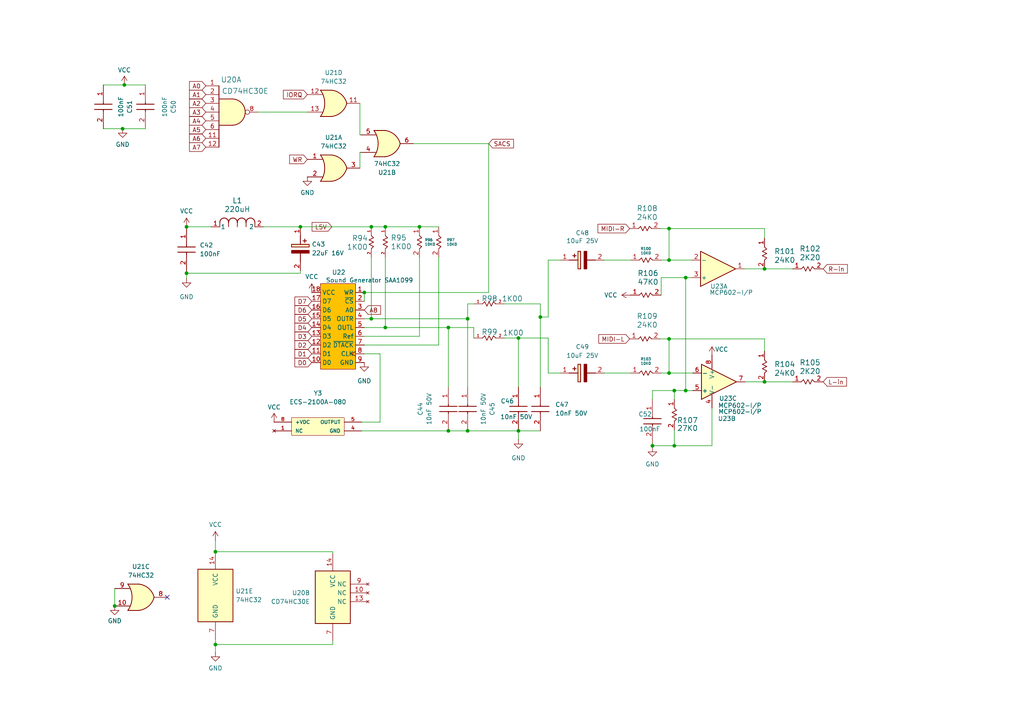
<source format=kicad_sch>
(kicad_sch (version 20250114) (generator "eeschema") (generator_version "9.0")
  (paper "A4")
  (lib_symbols
    (symbol "CD74HC30E_1" (pin_names (offset 1.016))
      (property "Reference" "U" (at -2.54 5.08 0))
      (property "Value" "CD74HC30E" (at 0 -5.08 0))
      (symbol "CD74HC30E_1_1_1"
        (pin input line (at -7.62 7.62 0) (length 3.81) (name "~") (number "1"))
        (pin input line (at -7.62 5.08 0) (length 3.81) (name "~") (number "2"))
        (pin input line (at -7.62 2.54 0) (length 3.81) (name "~") (number "3"))
        (pin input line (at -7.62 0 0) (length 3.81) (name "~") (number "4"))
        (pin input line (at -7.62 -2.54 0) (length 3.81) (name "~") (number "5"))
        (pin input line (at -7.62 -5.08 0) (length 3.81) (name "~") (number "6"))
        (pin input line (at -7.62 -7.62 0) (length 3.81) (name "~") (number "11"))
        (pin input line (at -7.62 -10.16 0) (length 3.81) (name "~") (number "12"))
        (pin output inverted (at 7.62 0 180) (length 3.81) (name "~") (number "8"))
      )
      (symbol "CD74HC30E_1_1_2"
        (pin input inverted (at -7.62 7.62 0) (length 3.81) (name "~") (number "1"))
        (pin input inverted (at -7.62 5.08 0) (length 3.81) (name "~") (number "2"))
        (pin input inverted (at -7.62 2.54 0) (length 4.5466) (name "~") (number "3"))
        (pin input inverted (at -7.62 0 0) (length 5.08) (name "~") (number "4"))
        (pin input inverted (at -7.62 -2.54 0) (length 4.5466) (name "~") (number "5"))
        (pin input inverted (at -7.62 -5.08 0) (length 3.81) (name "~") (number "6"))
        (pin input inverted (at -7.62 -7.62 0) (length 3.81) (name "~") (number "11"))
        (pin input inverted (at -7.62 -10.16 0) (length 3.81) (name "~") (number "12"))
        (pin output line (at 7.62 0 180) (length 3.81) (name "~") (number "8"))
      )
      (symbol "CD74HC30E_1_2_0"
        (pin power_in line (at 0 12.7 270) (length 5.08) (name "VCC") (number "14"))
        (pin power_in line (at 0 -12.7 90) (length 5.08) (name "GND") (number "7"))
        (pin no_connect line (at 10.16 3.81 180) (length 5.08) (name "NC") (number "9"))
        (pin no_connect line (at 10.16 1.27 180) (length 5.08) (name "NC") (number "10"))
        (pin no_connect line (at 10.16 -1.27 180) (length 5.08) (name "NC") (number "13"))
      )
    )
    (symbol "Max128_Issue5:74HC32" (pin_names (offset 1.016))
      (property "Reference" "U" (at 0 1.27 0))
      (property "Value" "74HC32" (at 0 -1.27 0))
      (symbol "74HC32_1_1"
        (pin input line (at -7.62 2.54 0) (length 4.318) (name "~") (number "1"))
        (pin input line (at -7.62 -2.54 0) (length 4.318) (name "~") (number "2"))
        (pin output line (at 7.62 0 180) (length 3.81) (name "~") (number "3"))
      )
      (symbol "74HC32_1_2"
        (pin input inverted (at -7.62 2.54 0) (length 3.81) (name "~") (number "1"))
        (pin input inverted (at -7.62 -2.54 0) (length 3.81) (name "~") (number "2"))
        (pin output inverted (at 7.62 0 180) (length 3.81) (name "~") (number "3"))
      )
      (symbol "74HC32_2_1"
        (pin input line (at -7.62 2.54 0) (length 4.318) (name "~") (number "4"))
        (pin input line (at -7.62 -2.54 0) (length 4.318) (name "~") (number "5"))
        (pin output line (at 7.62 0 180) (length 3.81) (name "~") (number "6"))
      )
      (symbol "74HC32_2_2"
        (pin input inverted (at -7.62 2.54 0) (length 3.81) (name "~") (number "4"))
        (pin input inverted (at -7.62 -2.54 0) (length 3.81) (name "~") (number "5"))
        (pin output inverted (at 7.62 0 180) (length 3.81) (name "~") (number "6"))
      )
      (symbol "74HC32_3_1"
        (pin input line (at -7.62 2.54 0) (length 4.318) (name "~") (number "9"))
        (pin input line (at -7.62 -2.54 0) (length 4.318) (name "~") (number "10"))
        (pin output line (at 7.62 0 180) (length 3.81) (name "~") (number "8"))
      )
      (symbol "74HC32_3_2"
        (pin input inverted (at -7.62 2.54 0) (length 3.81) (name "~") (number "9"))
        (pin input inverted (at -7.62 -2.54 0) (length 3.81) (name "~") (number "10"))
        (pin output inverted (at 7.62 0 180) (length 3.81) (name "~") (number "8"))
      )
      (symbol "74HC32_4_1"
        (pin input line (at -7.62 2.54 0) (length 4.318) (name "~") (number "12"))
        (pin input line (at -7.62 -2.54 0) (length 4.318) (name "~") (number "13"))
        (pin output line (at 7.62 0 180) (length 3.81) (name "~") (number "11"))
      )
      (symbol "74HC32_4_2"
        (pin input inverted (at -7.62 2.54 0) (length 3.81) (name "~") (number "12"))
        (pin input inverted (at -7.62 -2.54 0) (length 3.81) (name "~") (number "13"))
        (pin output inverted (at 7.62 0 180) (length 3.81) (name "~") (number "11"))
      )
      (symbol "74HC32_5_0"
        (pin power_in line (at 0 12.7 270) (length 5.08) (name "VCC") (number "14"))
        (pin power_in line (at 0 -12.7 90) (length 5.08) (name "GND") (number "7"))
      )
    )
    (symbol "Max128_Issue5:CD74HC30E" (pin_names (offset 1.016))
      (property "Reference" "U" (at -2.54 5.08 0))
      (property "Value" "CD74HC30E" (at 0 -5.08 0))
      (symbol "CD74HC30E_1_1"
        (pin input line (at -7.62 7.62 0) (length 3.81) (name "~") (number "1"))
        (pin input line (at -7.62 5.08 0) (length 3.81) (name "~") (number "2"))
        (pin input line (at -7.62 2.54 0) (length 3.81) (name "~") (number "3"))
        (pin input line (at -7.62 0 0) (length 3.81) (name "~") (number "4"))
        (pin input line (at -7.62 -2.54 0) (length 3.81) (name "~") (number "5"))
        (pin input line (at -7.62 -5.08 0) (length 3.81) (name "~") (number "6"))
        (pin input line (at -7.62 -7.62 0) (length 3.81) (name "~") (number "11"))
        (pin input line (at -7.62 -10.16 0) (length 3.81) (name "~") (number "12"))
        (pin output inverted (at 7.62 0 180) (length 3.81) (name "~") (number "8"))
      )
      (symbol "CD74HC30E_1_2"
        (pin input inverted (at -7.62 7.62 0) (length 3.81) (name "~") (number "1"))
        (pin input inverted (at -7.62 5.08 0) (length 3.81) (name "~") (number "2"))
        (pin input inverted (at -7.62 2.54 0) (length 4.5466) (name "~") (number "3"))
        (pin input inverted (at -7.62 0 0) (length 5.08) (name "~") (number "4"))
        (pin input inverted (at -7.62 -2.54 0) (length 4.5466) (name "~") (number "5"))
        (pin input inverted (at -7.62 -5.08 0) (length 3.81) (name "~") (number "6"))
        (pin input inverted (at -7.62 -7.62 0) (length 3.81) (name "~") (number "11"))
        (pin input inverted (at -7.62 -10.16 0) (length 3.81) (name "~") (number "12"))
        (pin output line (at 7.62 0 180) (length 3.81) (name "~") (number "8"))
      )
      (symbol "CD74HC30E_2_0"
        (pin power_in line (at 0 12.7 270) (length 5.08) (name "VCC") (number "14"))
        (pin power_in line (at 0 -12.7 90) (length 5.08) (name "GND") (number "7"))
      )
    )
    (symbol "Max128_Issue5:CF14JT10K0" (pin_names (offset 0.254))
      (property "Reference" "R" (at 3.048 1.27 0))
      (property "Value" "10K0" (at 6.858 1.27 0))
      (symbol "CF14JT10K0_1_1"
        (pin unspecified line (at 1.27 0 0) (length 2.54) (name "") (number "1"))
        (pin unspecified line (at 10.16 0 180) (length 2.54) (name "") (number "2"))
      )
      (symbol "CF14JT10K0_1_2"
        (pin unspecified line (at 0 12.7 270) (length 2.54) (name "") (number "1"))
        (pin unspecified line (at 0 0 90) (length 2.54) (name "") (number "2"))
      )
    )
    (symbol "Max128_Issue5:CF14JT1K00" (pin_names (offset 0.254))
      (property "Reference" "R" (at 3.048 1.27 0))
      (property "Value" "1K00" (at 6.858 1.27 0))
      (symbol "CF14JT1K00_1_1"
        (pin unspecified line (at 1.27 0 0) (length 2.54) (name "") (number "1"))
        (pin unspecified line (at 10.16 0 180) (length 2.54) (name "") (number "2"))
      )
      (symbol "CF14JT1K00_1_2"
        (pin unspecified line (at 0 12.7 270) (length 2.54) (name "") (number "1"))
        (pin unspecified line (at 0 0 90) (length 2.54) (name "") (number "2"))
      )
    )
    (symbol "Max128_Issue5:CF14JT24K0" (pin_names (offset 0.254))
      (property "Reference" "R" (at 3.048 1.27 0))
      (property "Value" "24K0" (at 6.858 1.27 0))
      (symbol "CF14JT24K0_1_1"
        (pin unspecified line (at 1.27 0 0) (length 2.54) (name "") (number "1"))
        (pin unspecified line (at 10.16 0 180) (length 2.54) (name "") (number "2"))
      )
      (symbol "CF14JT24K0_1_2"
        (pin unspecified line (at 0 12.7 270) (length 2.54) (name "") (number "1"))
        (pin unspecified line (at 0 0 90) (length 2.54) (name "") (number "2"))
      )
    )
    (symbol "Max128_Issue5:CF14JT27K0" (pin_names (offset 0.254))
      (property "Reference" "R" (at 3.048 1.27 0))
      (property "Value" "27K0" (at 6.858 1.27 0))
      (symbol "CF14JT27K0_1_1"
        (pin unspecified line (at 1.27 0 0) (length 2.54) (name "") (number "1"))
        (pin unspecified line (at 10.16 0 180) (length 2.54) (name "") (number "2"))
      )
      (symbol "CF14JT27K0_1_2"
        (pin unspecified line (at 0 12.7 270) (length 2.54) (name "") (number "1"))
        (pin unspecified line (at 0 0 90) (length 2.54) (name "") (number "2"))
      )
    )
    (symbol "Max128_Issue5:CF14JT2K20" (pin_names (offset 0.254))
      (property "Reference" "R" (at 3.048 1.27 0))
      (property "Value" "2K20" (at 6.858 1.27 0))
      (symbol "CF14JT2K20_1_1"
        (pin unspecified line (at 1.27 0 0) (length 2.54) (name "") (number "1"))
        (pin unspecified line (at 10.16 0 180) (length 2.54) (name "") (number "2"))
      )
      (symbol "CF14JT2K20_1_2"
        (pin unspecified line (at 0 12.7 270) (length 2.54) (name "") (number "1"))
        (pin unspecified line (at 0 0 90) (length 2.54) (name "") (number "2"))
      )
    )
    (symbol "Max128_Issue5:CF14JT47K0" (pin_names (offset 0.254))
      (property "Reference" "R" (at 3.048 1.27 0))
      (property "Value" "47K0" (at 6.858 1.27 0))
      (symbol "CF14JT47K0_1_1"
        (pin unspecified line (at 1.27 0 0) (length 2.54) (name "") (number "1"))
        (pin unspecified line (at 10.16 0 180) (length 2.54) (name "") (number "2"))
      )
      (symbol "CF14JT47K0_1_2"
        (pin unspecified line (at 0 12.7 270) (length 2.54) (name "") (number "1"))
        (pin unspecified line (at 0 0 90) (length 2.54) (name "") (number "2"))
      )
    )
    (symbol "Max128_Issue5:ECA-1EM100B" (pin_names (hide yes))
      (property "Reference" "C" (at 8.89 6.35 0))
      (property "Value" "ECA-1EM100B" (at 8.89 3.81 0))
      (symbol "ECA-1EM100B_1_1"
        (pin passive line (at 0 0 0) (length 2.54) (name "+") (number "1"))
        (pin passive line (at 12.7 0 180) (length 2.54) (name "-") (number "2"))
      )
    )
    (symbol "Max128_Issue5:ECS-2100A-080" (pin_names (offset 1.016))
      (property "Reference" "Y" (at -0.762 3.048 0))
      (property "Value" "Crystal 2 Pin 8Mhz" (at -8.382 -4.572 0))
      (symbol "ECS-2100A-080_0_0"
        (pin unspecified line (at -12.7 1.27 0) (length 5.08) (name "+VDC") (number "8"))
        (pin no_connect line (at -12.7 -1.27 0) (length 5.08) (name "NC") (number "1"))
        (pin unspecified line (at 12.7 1.27 180) (length 5.08) (name "OUTPUT") (number "5"))
        (pin unspecified line (at 12.7 -1.27 180) (length 5.08) (name "GND") (number "4"))
      )
    )
    (symbol "Max128_Issue5:K104Z15Y5VF5TL2" (pin_names (hide yes))
      (property "Reference" "C" (at 8.89 6.35 0))
      (property "Value" "K104Z15Y5VF5TL2" (at 8.89 3.81 0))
      (symbol "K104Z15Y5VF5TL2_1_1"
        (pin passive line (at 0 0 0) (length 5.08) (name "+") (number "1"))
        (pin passive line (at 12.7 0 180) (length 5.08) (name "-") (number "2"))
      )
    )
    (symbol "Max128_Issue5:MCP602" (pin_names (offset 0.127))
      (property "Reference" "U" (at 0 5.08 0))
      (property "Value" "MCP602-I/P" (at 0 -5.08 0))
      (symbol "MCP602_1_1"
        (pin input line (at -7.62 2.54 0) (length 2.54) (name "+") (number "3"))
        (pin input line (at -7.62 -2.54 0) (length 2.54) (name "-") (number "2"))
        (pin output line (at 7.62 0 180) (length 2.54) (name "~") (number "1"))
      )
      (symbol "MCP602_2_1"
        (pin input line (at -7.62 2.54 0) (length 2.54) (name "+") (number "5"))
        (pin input line (at -7.62 -2.54 0) (length 2.54) (name "-") (number "6"))
        (pin output line (at 7.62 0 180) (length 2.54) (name "~") (number "7"))
      )
      (symbol "MCP602_3_1"
        (pin power_in line (at -2.54 7.62 270) (length 3.81) (name "V+") (number "8"))
        (pin power_in line (at -2.54 -7.62 90) (length 3.81) (name "V-") (number "4"))
      )
    )
    (symbol "Max128_Issue5:RLB0608-221KL" (pin_names (offset 0.254))
      (property "Reference" "L" (at 6.985 5.08 0))
      (property "Value" "RLB0608-221KL" (at 6.985 -2.54 0))
      (symbol "RLB0608-221KL_1_1"
        (pin unspecified line (at 0 0 0) (length 2.54) (name "2") (number "2"))
        (pin unspecified line (at 15.24 0 180) (length 2.54) (name "1") (number "1"))
      )
      (symbol "RLB0608-221KL_1_2"
        (pin unspecified line (at 0 15.24 270) (length 2.54) (name "1") (number "1"))
        (pin unspecified line (at 0 0 90) (length 2.54) (name "2") (number "2"))
      )
    )
    (symbol "Max128_Issue5:SAA1099"
      (property "Reference" "U" (at -5.08 19.05 0))
      (property "Value" "Sound Generator SAA1099" (at 5.08 19.05 0))
      (symbol "SAA1099_1_1"
        (pin unspecified line (at -7.62 15.24 0) (length 2.54) (name "VCC") (number "18"))
        (pin unspecified line (at -7.62 12.7 0) (length 2.54) (name "D7") (number "17"))
        (pin unspecified line (at -7.62 10.16 0) (length 2.54) (name "D6") (number "16"))
        (pin unspecified line (at -7.62 7.62 0) (length 2.54) (name "D5") (number "15"))
        (pin unspecified line (at -7.62 5.08 0) (length 2.54) (name "D4") (number "14"))
        (pin unspecified line (at -7.62 2.54 0) (length 2.54) (name "D3") (number "13"))
        (pin unspecified line (at -7.62 0 0) (length 2.54) (name "D2") (number "12"))
        (pin unspecified line (at -7.62 -2.54 0) (length 2.54) (name "D1") (number "11"))
        (pin unspecified line (at -7.62 -5.08 0) (length 2.54) (name "D0") (number "10"))
        (pin unspecified line (at 7.62 15.24 180) (length 2.54) (name "WR") (number "1"))
        (pin unspecified line (at 7.62 12.7 180) (length 2.54) (name "~{CS}") (number "2"))
        (pin unspecified line (at 7.62 10.16 180) (length 2.54) (name "A0") (number "3"))
        (pin unspecified line (at 7.62 7.62 180) (length 2.54) (name "OUTR") (number "4"))
        (pin unspecified line (at 7.62 5.08 180) (length 2.54) (name "OUTL") (number "5"))
        (pin unspecified line (at 7.62 2.54 180) (length 2.54) (name "Ref") (number "6"))
        (pin unspecified line (at 7.62 0 180) (length 2.54) (name "~{DTACK}") (number "7"))
        (pin unspecified clock (at 7.62 -2.54 180) (length 2.54) (name "CLK") (number "8"))
        (pin unspecified line (at 7.62 -5.08 180) (length 2.54) (name "GND") (number "9"))
      )
    )
    (symbol "power:GND" (power) (pin_numbers (hide yes)) (pin_names (offset 0) (hide yes))
      (property "Value" "GND" (at 0 -3.81 0))
      (symbol "GND_1_1"
        (pin power_in line (at 0 0 270) (length 0) (name "~") (number "1"))
      )
    )
    (symbol "power:VCC" (power) (pin_numbers (hide yes)) (pin_names (offset 0) (hide yes))
      (property "Value" "VCC" (at 0 3.556 0))
      (symbol "VCC_1_1"
        (pin power_in line (at 0 0 90) (length 0) (name "~") (number "1"))
      )
    )
  )
  (junction (at 36.068 24.638))
  (junction (at 111.76 94.996))
  (junction (at 150.368 98.044))
  (junction (at 62.484 186.944))
  (junction (at 156.718 91.948))
  (junction (at 189.23 129.286))
  (junction (at 194.056 98.298))
  (junction (at 195.58 113.284))
  (junction (at 135.636 124.968))
  (junction (at 194.056 108.204))
  (junction (at 62.484 160.02))
  (junction (at 130.048 124.968))
  (junction (at 135.636 92.456))
  (junction (at 130.048 94.996))
  (junction (at 194.056 75.438))
  (junction (at 150.368 124.968))
  (junction (at 221.742 77.978))
  (junction (at 107.696 65.786))
  (junction (at 194.056 66.294))
  (junction (at 54.102 65.786))
  (junction (at 107.696 92.456))
  (junction (at 54.102 79.248))
  (junction (at 87.122 65.786))
  (junction (at 35.56 37.338))
  (junction (at 105.664 84.836))
  (junction (at 198.882 113.284))
  (junction (at 195.58 129.286))
  (junction (at 121.666 65.786))
  (junction (at 111.76 65.786))
  (junction (at 221.742 110.744))
  (junction (at 33.274 175.768))
  (junction (at 198.882 80.518))
  (no_connect (at 48.514 173.228))
  (wire (pts (xy 135.636 88.138) (xy 137.414 88.138)))
  (wire (pts (xy 159.004 75.438) (xy 159.004 91.948)))
  (wire (pts (xy 150.368 98.044) (xy 159.004 98.044)))
  (wire (pts (xy 87.122 65.786) (xy 107.696 65.786)))
  (wire (pts (xy 150.368 127.508) (xy 150.368 124.968)))
  (wire (pts (xy 104.394 44.196) (xy 104.648 44.196)))
  (wire (pts (xy 206.502 118.364) (xy 206.502 129.286)))
  (wire (pts (xy 198.882 80.518) (xy 198.882 113.284)))
  (wire (pts (xy 74.93 32.512) (xy 89.154 32.512)))
  (wire (pts (xy 130.048 124.968) (xy 135.636 124.968)))
  (wire (pts (xy 159.004 98.044) (xy 159.004 108.204)))
  (wire (pts (xy 195.58 129.286) (xy 189.23 129.286)))
  (wire (pts (xy 105.664 84.836) (xy 141.732 84.836)))
  (wire (pts (xy 221.742 98.298) (xy 194.056 98.298)))
  (wire (pts (xy 54.102 65.786) (xy 54.102 66.04)))
  (wire (pts (xy 216.154 110.744) (xy 221.742 110.744)))
  (wire (pts (xy 105.664 84.836) (xy 105.664 87.376)))
  (wire (pts (xy 119.888 41.656) (xy 141.732 41.656)))
  (wire (pts (xy 194.056 66.294) (xy 194.056 75.438)))
  (wire (pts (xy 194.056 75.438) (xy 200.66 75.438)))
  (wire (pts (xy 189.23 129.286) (xy 189.23 128.524)))
  (wire (pts (xy 191.77 75.438) (xy 194.056 75.438)))
  (wire (pts (xy 162.56 75.438) (xy 159.004 75.438)))
  (wire (pts (xy 189.23 115.824) (xy 189.23 113.284)))
  (wire (pts (xy 141.732 41.656) (xy 141.732 84.836)))
  (wire (pts (xy 110.236 122.428) (xy 104.902 122.428)))
  (wire (pts (xy 87.122 79.248) (xy 87.122 78.486)))
  (wire (pts (xy 200.66 80.518) (xy 198.882 80.518)))
  (wire (pts (xy 111.76 65.786) (xy 121.666 65.786)))
  (wire (pts (xy 105.664 92.456) (xy 107.696 92.456)))
  (wire (pts (xy 175.26 108.204) (xy 182.88 108.204)))
  (wire (pts (xy 107.696 65.786) (xy 111.76 65.786)))
  (wire (pts (xy 121.666 74.676) (xy 121.666 97.536)))
  (wire (pts (xy 194.056 98.298) (xy 194.056 108.204)))
  (wire (pts (xy 54.102 78.74) (xy 54.102 79.248)))
  (wire (pts (xy 221.742 101.854) (xy 221.742 98.298)))
  (wire (pts (xy 195.58 115.824) (xy 195.58 113.284)))
  (wire (pts (xy 107.696 74.676) (xy 107.696 92.456)))
  (wire (pts (xy 135.636 92.456) (xy 135.636 88.138)))
  (wire (pts (xy 156.718 124.968) (xy 150.368 124.968)))
  (wire (pts (xy 130.048 94.996) (xy 137.414 94.996)))
  (wire (pts (xy 150.368 98.044) (xy 150.368 112.268)))
  (wire (pts (xy 156.718 88.138) (xy 156.718 91.948)))
  (wire (pts (xy 104.394 29.972) (xy 104.394 39.116)))
  (wire (pts (xy 33.274 170.688) (xy 33.274 175.768)))
  (wire (pts (xy 87.122 79.248) (xy 54.102 79.248)))
  (wire (pts (xy 175.26 75.438) (xy 182.88 75.438)))
  (wire (pts (xy 29.972 37.338) (xy 35.56 37.338)))
  (wire (pts (xy 110.236 102.616) (xy 110.236 122.428)))
  (wire (pts (xy 159.004 108.204) (xy 162.56 108.204)))
  (wire (pts (xy 156.718 91.948) (xy 156.718 112.268)))
  (wire (pts (xy 194.056 108.204) (xy 200.914 108.204)))
  (wire (pts (xy 107.696 92.456) (xy 135.636 92.456)))
  (wire (pts (xy 111.76 94.996) (xy 130.048 94.996)))
  (wire (pts (xy 215.9 77.978) (xy 221.742 77.978)))
  (wire (pts (xy 189.23 129.794) (xy 189.23 129.286)))
  (wire (pts (xy 111.76 74.676) (xy 111.76 94.996)))
  (wire (pts (xy 194.056 66.294) (xy 191.516 66.294)))
  (wire (pts (xy 191.77 108.204) (xy 194.056 108.204)))
  (wire (pts (xy 130.048 94.996) (xy 130.048 112.268)))
  (wire (pts (xy 62.484 186.944) (xy 62.484 185.42)))
  (wire (pts (xy 96.52 160.02) (xy 62.484 160.02)))
  (wire (pts (xy 105.664 94.996) (xy 111.76 94.996)))
  (wire (pts (xy 194.056 98.298) (xy 191.516 98.298)))
  (wire (pts (xy 61.214 65.786) (xy 54.102 65.786)))
  (wire (pts (xy 62.484 156.718) (xy 62.484 160.02)))
  (wire (pts (xy 104.394 48.768) (xy 104.394 44.196)))
  (wire (pts (xy 137.414 94.996) (xy 137.414 98.044)))
  (wire (pts (xy 198.882 80.518) (xy 191.77 80.518)))
  (wire (pts (xy 54.102 79.248) (xy 54.102 80.772)))
  (wire (pts (xy 191.77 80.518) (xy 191.77 85.598)))
  (wire (pts (xy 159.004 91.948) (xy 156.718 91.948)))
  (wire (pts (xy 221.742 69.088) (xy 221.742 66.294)))
  (wire (pts (xy 104.394 39.116) (xy 104.648 39.116)))
  (wire (pts (xy 104.902 124.968) (xy 130.048 124.968)))
  (wire (pts (xy 29.972 24.638) (xy 36.068 24.638)))
  (wire (pts (xy 121.666 65.786) (xy 127.254 65.786)))
  (wire (pts (xy 221.742 110.744) (xy 229.87 110.744)))
  (wire (pts (xy 135.636 124.968) (xy 150.368 124.968)))
  (wire (pts (xy 195.58 113.284) (xy 198.882 113.284)))
  (wire (pts (xy 36.068 24.638) (xy 42.164 24.638)))
  (wire (pts (xy 206.502 129.286) (xy 195.58 129.286)))
  (wire (pts (xy 76.454 65.786) (xy 87.122 65.786)))
  (wire (pts (xy 105.664 102.616) (xy 110.236 102.616)))
  (wire (pts (xy 96.52 186.944) (xy 62.484 186.944)))
  (wire (pts (xy 221.742 77.978) (xy 229.87 77.978)))
  (wire (pts (xy 62.484 189.23) (xy 62.484 186.944)))
  (wire (pts (xy 195.58 124.714) (xy 195.58 129.286)))
  (wire (pts (xy 96.52 160.02) (xy 96.52 160.528)))
  (wire (pts (xy 135.636 92.456) (xy 135.636 112.268)))
  (wire (pts (xy 96.52 185.928) (xy 96.52 186.944)))
  (wire (pts (xy 156.718 88.138) (xy 146.304 88.138)))
  (wire (pts (xy 221.742 66.294) (xy 194.056 66.294)))
  (wire (pts (xy 35.56 37.338) (xy 42.164 37.338)))
  (wire (pts (xy 189.23 113.284) (xy 195.58 113.284)))
  (wire (pts (xy 146.304 98.044) (xy 150.368 98.044)))
  (wire (pts (xy 127.254 100.076) (xy 105.664 100.076)))
  (wire (pts (xy 121.666 97.536) (xy 105.664 97.536)))
  (wire (pts (xy 198.882 113.284) (xy 200.914 113.284)))
  (wire (pts (xy 127.254 74.676) (xy 127.254 100.076)))
  (global_label "A7" (shape input) (at 59.69 42.672 180) (property "Intersheetrefs" "${INTERSHEET_REFS}" (effects (hide yes))))
  (global_label "D2" (shape input) (at 90.424 100.076 180) (property "Intersheetrefs" "${INTERSHEET_REFS}" (effects (hide yes))))
  (global_label "D3" (shape input) (at 90.424 97.536 180) (property "Intersheetrefs" "${INTERSHEET_REFS}" (effects (hide yes))))
  (global_label "D6" (shape input) (at 90.424 89.916 180) (property "Intersheetrefs" "${INTERSHEET_REFS}" (effects (hide yes))))
  (global_label "R-in" (shape input) (at 238.76 77.978 0) (property "Intersheetrefs" "${INTERSHEET_REFS}" (effects (hide yes))))
  (global_label "A0" (shape input) (at 59.69 24.892 180) (property "Intersheetrefs" "${INTERSHEET_REFS}" (effects (hide yes))))
  (global_label "MIDI-R" (shape input) (at 182.626 66.294 180) (property "Intersheetrefs" "${INTERSHEET_REFS}" (effects (hide yes))))
  (global_label "IORQ" (shape input) (at 89.154 27.432 180) (property "Intersheetrefs" "${INTERSHEET_REFS}" (effects (hide yes))))
  (global_label "WR" (shape input) (at 89.154 46.228 180) (property "Intersheetrefs" "${INTERSHEET_REFS}" (effects (hide yes))))
  (global_label "D4" (shape input) (at 90.424 94.996 180) (property "Intersheetrefs" "${INTERSHEET_REFS}" (effects (hide yes))))
  (global_label "A8" (shape input) (at 105.664 89.916 0) (property "Intersheetrefs" "${INTERSHEET_REFS}" (effects (hide yes))))
  (global_label "A1" (shape input) (at 59.69 27.432 180) (property "Intersheetrefs" "${INTERSHEET_REFS}" (effects (hide yes))))
  (global_label "A3" (shape input) (at 59.69 32.512 180) (property "Intersheetrefs" "${INTERSHEET_REFS}" (effects (hide yes))))
  (global_label "D0" (shape input) (at 90.424 105.156 180) (property "Intersheetrefs" "${INTERSHEET_REFS}" (effects (hide yes))))
  (global_label "L5V" (shape input) (at 96.266 65.786 180) (property "Intersheetrefs" "${INTERSHEET_REFS}" (effects (hide yes))))
  (global_label "D7" (shape input) (at 90.424 87.376 180) (property "Intersheetrefs" "${INTERSHEET_REFS}" (effects (hide yes))))
  (global_label "A6" (shape input) (at 59.69 40.132 180) (property "Intersheetrefs" "${INTERSHEET_REFS}" (effects (hide yes))))
  (global_label "A2" (shape input) (at 59.69 29.972 180) (property "Intersheetrefs" "${INTERSHEET_REFS}" (effects (hide yes))))
  (global_label "D5" (shape input) (at 90.424 92.456 180) (property "Intersheetrefs" "${INTERSHEET_REFS}" (effects (hide yes))))
  (global_label "L-in" (shape input) (at 238.76 110.744 0) (property "Intersheetrefs" "${INTERSHEET_REFS}" (effects (hide yes))))
  (global_label "D1" (shape input) (at 90.424 102.616 180) (property "Intersheetrefs" "${INTERSHEET_REFS}" (effects (hide yes))))
  (global_label "A5" (shape input) (at 59.69 37.592 180) (property "Intersheetrefs" "${INTERSHEET_REFS}" (effects (hide yes))))
  (global_label "MIDI-L" (shape input) (at 182.626 98.298 180) (property "Intersheetrefs" "${INTERSHEET_REFS}" (effects (hide yes))))
  (global_label "SACS" (shape input) (at 141.732 41.656 0) (property "Intersheetrefs" "${INTERSHEET_REFS}" (effects (hide yes))))
  (global_label "A4" (shape input) (at 59.69 35.052 180) (property "Intersheetrefs" "${INTERSHEET_REFS}" (effects (hide yes))))
  (symbol (lib_id "Max128_Issue5:K104Z15Y5VF5TL2") (at 156.718 112.268 270) (unit 1)
    (property "Reference" "C47" (at 161.036 117.3479 90) (effects (justify left)))
    (property "Value" "10nF 50V" (at 161.036 119.8879 90) (effects (justify left)))
    (property "Footprint" "Mod:CAPRB250W50L400T250H550" (effects (hide yes)))
    (property "Description" "Vishay K 100nF Ceramic Multilayer Capacitor, 100 V dc, +85C, Y5V Dielectric, +80 %, -20 %" (effects (hide yes)))
    (property "Mouser Part Number" "594-K104Z15Y5VF5TL2" (effects (hide yes)))
    (property "Mouser Price/Stock" "https://www.mouser.co.uk/ProductDetail/Vishay-BC-Components/K104Z15Y5VF5TL2?qs=8fb2TFeI5qG%252BXNQE4bq55w%3D%3D" (effects (hide yes)))
    (property "Manufacturer_Name" "Vishay" (effects (hide yes)))
    (property "Manufacturer_Part_Number" "K104Z15Y5VF5TL2" (effects (hide yes)))
  )
  (symbol (lib_id "power:GND") (at 189.23 129.794 0) (unit 1)
    (property "Reference" "#PWR066" (effects (hide yes)))
    (property "Value" "GND" (at 189.23 134.62 0))
    (property "Description" "Power symbol creates a global label with name \"GND\" , ground" (effects (hide yes)))
  )
  (symbol (lib_id "power:VCC") (at 62.484 156.718 0) (unit 1)
    (property "Reference" "#PWR070" (effects (hide yes)))
    (property "Value" "VCC" (at 62.484 152.146 0))
    (property "Description" "Power symbol creates a global label with name \"VCC\"" (effects (hide yes)))
  )
  (symbol (lib_id "Max128_Issue5:CF14JT1K00") (at 107.696 64.516 270) (unit 1)
    (property "Reference" "R94" (at 104.394 69.088 90) (effects (font (size 1.524 1.524))))
    (property "Value" "1K00" (at 103.632 71.628 90) (effects (font (size 1.524 1.524))))
    (property "Footprint" "Mod:STA_CF14_STP" (effects (hide yes)))
    (property "Datasheet" "CF14JT1K00" (effects (hide yes)))
    (property "Description" "1K00" (effects (hide yes)))
  )
  (symbol (lib_id "Max128_Issue5:ECA-1EM100B") (at 87.122 65.786 270) (unit 1)
    (property "Reference" "C43" (at 90.424 70.8659 90) (effects (justify left)))
    (property "Value" "22uF 16V" (at 90.424 73.4059 90) (effects (justify left)))
    (property "Footprint" "Mod:CAPPRD200W50D500H1100" (effects (hide yes)))
    (property "Datasheet" "https://www.digikey.com/en/datasheets/panasonic-electronic-components/panasonic-electronic-components-ecaxxm-series-type-a" (effects (hide yes)))
    (property "Description" "ECA-1EM100B - 10uF Aluminum Electrolytic Capacitors Radial" (effects (hide yes)))
    (property "Height" "11" (effects (hide yes)))
    (property "Mouser Part Number" "667-ECA-1EM100B" (effects (hide yes)))
    (property "Mouser Price/Stock" "https://www.mouser.co.uk/ProductDetail/Panasonic/ECA-1EM100B?qs=rMMd5vBiahrNyc2p3snNiw%3D%3D" (effects (hide yes)))
    (property "Manufacturer_Name" "Panasonic" (effects (hide yes)))
    (property "Manufacturer_Part_Number" "ECA-1EM100B" (effects (hide yes)))
  )
  (symbol (lib_id "Max128_Issue5:74HC32") (at 62.484 172.72 0) (unit 5)
    (property "Reference" "U21" (at 68.326 171.4499 0) (effects (justify left)))
    (property "Value" "74HC32" (at 68.326 173.9899 0) (effects (justify left)))
    (property "Footprint" "Mod:DIP794W53P254L1930H508Q14N" (effects (hide yes)))
  )
  (symbol (lib_id "Max128_Issue5:MCP602") (at 209.042 110.744 0) (unit 3)
    (property "Reference" "U23" (at 208.534 115.57 0) (effects (justify left)))
    (property "Value" "MCP602-I/P" (at 208.28 117.602 0) (effects (justify left)))
    (property "Footprint" "Mod:DIP-8_W7.62mm_Socket" (effects (hide yes)))
    (property "Datasheet" "http://www.ti.com/lit/ds/symlink/lm358.pdf" (effects (hide yes)))
    (property "Description" "MCP602-I/P Dual Op Amp 8 Pin" (effects (hide yes)))
  )
  (symbol (lib_id "Max128_Issue5:74HC32") (at 112.268 41.656 0) (mirror x) (unit 2)
    (property "Reference" "U21" (at 112.268 50.038 0))
    (property "Value" "74HC32" (at 112.268 47.498 0))
    (property "Footprint" "Mod:DIP794W53P254L1930H508Q14N" (effects (hide yes)))
  )
  (symbol (lib_id "Max128_Issue5:CF14JT10K0") (at 181.61 75.438 0) (unit 1)
    (property "Reference" "R100" (at 187.325 72.136 0) (effects (font (size 0.762 0.762))))
    (property "Value" "10K0" (at 187.325 73.406 0) (effects (font (size 0.762 0.762))))
    (property "Footprint" "Mod:STA_CF14_STP" (effects (hide yes)))
    (property "Datasheet" "CF14JT10K0" (effects (hide yes)))
    (property "Description" "Resistor 10K0" (effects (hide yes)))
  )
  (symbol (lib_id "power:GND") (at 35.56 37.338 0) (unit 1)
    (property "Reference" "#PWR075" (effects (hide yes)))
    (property "Value" "GND" (at 35.56 41.91 0))
    (property "Description" "Power symbol creates a global label with name \"GND\" , ground" (effects (hide yes)))
  )
  (symbol (lib_id "Max128_Issue5:K104Z15Y5VF5TL2") (at 150.368 112.268 90) (mirror x) (unit 1)
    (property "Reference" "C46" (at 149.098 116.332 90) (effects (justify left)))
    (property "Value" "10nF 50V" (at 154.432 120.904 90) (effects (justify left)))
    (property "Footprint" "Mod:CAPRB250W50L400T250H550" (effects (hide yes)))
    (property "Description" "Vishay K 100nF Ceramic Multilayer Capacitor, 100 V dc, +85C, Y5V Dielectric, +80 %, -20 %" (effects (hide yes)))
    (property "Mouser Part Number" "594-K104Z15Y5VF5TL2" (effects (hide yes)))
    (property "Mouser Price/Stock" "https://www.mouser.co.uk/ProductDetail/Vishay-BC-Components/K104Z15Y5VF5TL2?qs=8fb2TFeI5qG%252BXNQE4bq55w%3D%3D" (effects (hide yes)))
    (property "Manufacturer_Name" "Vishay" (effects (hide yes)))
    (property "Manufacturer_Part_Number" "K104Z15Y5VF5TL2" (effects (hide yes)))
  )
  (symbol (lib_name "CD74HC30E_1") (lib_id "Max128_Issue5:CD74HC30E") (at 96.52 173.228 0) (unit 2)
    (property "Reference" "U20" (at 89.916 171.9579 0) (effects (justify right)))
    (property "Value" "CD74HC30E" (at 89.916 174.4979 0) (effects (justify right)))
    (property "Footprint" "Mod:DIP794W53P254L1930H508Q14N" (effects (hide yes)))
    (property "Description" "NAND, 8-Input" (effects (hide yes)))
  )
  (symbol (lib_id "power:GND") (at 54.102 80.772 0) (unit 1)
    (property "Reference" "#PWR073" (effects (hide yes)))
    (property "Value" "GND" (at 54.102 86.106 0))
    (property "Description" "Power symbol creates a global label with name \"GND\" , ground" (effects (hide yes)))
  )
  (symbol (lib_id "Max128_Issue5:CF14JT10K0") (at 121.666 64.516 270) (unit 1)
    (property "Reference" "R96" (at 123.19 69.596 90) (effects (font (size 0.762 0.762)) (justify left)))
    (property "Value" "10K0" (at 123.19 70.866 90) (effects (font (size 0.762 0.762)) (justify left)))
    (property "Footprint" "Mod:STA_CF14_STP" (effects (hide yes)))
    (property "Datasheet" "CF14JT10K0" (effects (hide yes)))
    (property "Description" "Resistor 10K0" (effects (hide yes)))
  )
  (symbol (lib_id "power:GND") (at 33.274 175.768 0) (unit 1)
    (property "Reference" "#PWR077" (effects (hide yes)))
    (property "Value" "GND" (at 33.274 180.086 0))
    (property "Description" "Power symbol creates a global label with name \"GND\" , ground" (effects (hide yes)))
  )
  (symbol (lib_id "Max128_Issue5:K104Z15Y5VF5TL2") (at 130.048 112.268 90) (mirror x) (unit 1)
    (property "Reference" "C44" (at 121.92 118.618 0))
    (property "Value" "10nF 50V" (at 124.46 118.618 0))
    (property "Footprint" "Mod:CAPRB250W50L400T250H550" (effects (hide yes)))
    (property "Description" "Vishay K 100nF Ceramic Multilayer Capacitor, 100 V dc, +85C, Y5V Dielectric, +80 %, -20 %" (effects (hide yes)))
    (property "Mouser Part Number" "594-K104Z15Y5VF5TL2" (effects (hide yes)))
    (property "Mouser Price/Stock" "https://www.mouser.co.uk/ProductDetail/Vishay-BC-Components/K104Z15Y5VF5TL2?qs=8fb2TFeI5qG%252BXNQE4bq55w%3D%3D" (effects (hide yes)))
    (property "Manufacturer_Name" "Vishay" (effects (hide yes)))
    (property "Manufacturer_Part_Number" "K104Z15Y5VF5TL2" (effects (hide yes)))
  )
  (symbol (lib_id "Max128_Issue5:K104Z15Y5VF5TL2") (at 189.23 115.824 270) (unit 1)
    (property "Reference" "C52" (at 185.166 120.142 90) (effects (justify left)))
    (property "Value" "100nF" (at 185.42 124.46 90) (effects (justify left)))
    (property "Footprint" "Mod:CAPRB250W50L400T250H550" (effects (hide yes)))
    (property "Description" "Vishay K 100nF Ceramic Multilayer Capacitor, 100 V dc, +85C, Y5V Dielectric, +80 %, -20 %" (effects (hide yes)))
    (property "Mouser Part Number" "594-K104Z15Y5VF5TL2" (effects (hide yes)))
    (property "Mouser Price/Stock" "https://www.mouser.co.uk/ProductDetail/Vishay-BC-Components/K104Z15Y5VF5TL2?qs=8fb2TFeI5qG%252BXNQE4bq55w%3D%3D" (effects (hide yes)))
    (property "Manufacturer_Name" "Vishay" (effects (hide yes)))
    (property "Manufacturer_Part_Number" "K104Z15Y5VF5TL2" (effects (hide yes)))
  )
  (symbol (lib_id "Max128_Issue5:K104Z15Y5VF5TL2") (at 42.164 24.638 270) (unit 1)
    (property "Reference" "C50" (at 50.292 30.988 0))
    (property "Value" "100nF" (at 47.752 30.988 0))
    (property "Footprint" "Mod:CAPRB250W50L400T250H550" (effects (hide yes)))
    (property "Description" "Vishay K 100nF Ceramic Multilayer Capacitor, 100 V dc, +85C, Y5V Dielectric, +80 %, -20 %" (effects (hide yes)))
    (property "Mouser Part Number" "594-K104Z15Y5VF5TL2" (effects (hide yes)))
    (property "Mouser Price/Stock" "https://www.mouser.co.uk/ProductDetail/Vishay-BC-Components/K104Z15Y5VF5TL2?qs=8fb2TFeI5qG%252BXNQE4bq55w%3D%3D" (effects (hide yes)))
    (property "Manufacturer_Name" "Vishay" (effects (hide yes)))
    (property "Manufacturer_Part_Number" "K104Z15Y5VF5TL2" (effects (hide yes)))
  )
  (symbol (lib_id "Max128_Issue5:CF14JT1K00") (at 136.144 98.044 0) (unit 1)
    (property "Reference" "R99" (at 141.986 96.266 0) (effects (font (size 1.524 1.524))))
    (property "Value" "1K00" (at 148.844 96.52 0) (effects (font (size 1.524 1.524))))
    (property "Footprint" "Mod:STA_CF14_STP" (effects (hide yes)))
    (property "Datasheet" "CF14JT1K00" (effects (hide yes)))
    (property "Description" "1K00" (effects (hide yes)))
  )
  (symbol (lib_id "Max128_Issue5:SAA1099") (at 98.044 100.076 0) (unit 1)
    (property "Reference" "U22" (at 96.266 78.994 0) (effects (justify left)))
    (property "Value" "Sound Generator SAA1099" (at 94.488 81.28 0) (effects (justify left)))
    (property "Footprint" "Mod:DIP-18_W7.62mm_Socket" (effects (hide yes)))
    (property "Description" "Sound Generator SAA1099" (effects (hide yes)))
  )
  (symbol (lib_id "Max128_Issue5:CF14JT24K0") (at 181.356 66.294 0) (unit 1)
    (property "Reference" "R108" (at 187.706 60.452 0) (effects (font (size 1.524 1.524))))
    (property "Value" "24K0" (at 187.706 62.992 0) (effects (font (size 1.524 1.524))))
    (property "Footprint" "Mod:STA_CF14_STP" (effects (hide yes)))
    (property "Datasheet" "CF14JT24K0" (effects (hide yes)))
    (property "Description" "24K0" (effects (hide yes)))
  )
  (symbol (lib_id "Max128_Issue5:K104Z15Y5VF5TL2") (at 54.102 66.04 270) (unit 1)
    (property "Reference" "C42" (at 57.912 71.1199 90) (effects (justify left)))
    (property "Value" "100nF" (at 57.912 73.6599 90) (effects (justify left)))
    (property "Footprint" "Mod:CAPRB250W50L400T250H550" (effects (hide yes)))
    (property "Description" "Vishay K 100nF Ceramic Multilayer Capacitor, 100 V dc, +85C, Y5V Dielectric, +80 %, -20 %" (effects (hide yes)))
    (property "Mouser Part Number" "594-K104Z15Y5VF5TL2" (effects (hide yes)))
    (property "Mouser Price/Stock" "https://www.mouser.co.uk/ProductDetail/Vishay-BC-Components/K104Z15Y5VF5TL2?qs=8fb2TFeI5qG%252BXNQE4bq55w%3D%3D" (effects (hide yes)))
    (property "Manufacturer_Name" "Vishay" (effects (hide yes)))
    (property "Manufacturer_Part_Number" "K104Z15Y5VF5TL2" (effects (hide yes)))
  )
  (symbol (lib_id "power:VCC") (at 182.88 85.598 90) (unit 1)
    (property "Reference" "#PWR080" (effects (hide yes)))
    (property "Value" "VCC" (at 179.07 85.5979 90) (effects (justify left)))
    (property "Description" "Power symbol creates a global label with name \"VCC\"" (effects (hide yes)))
  )
  (symbol (lib_id "Max128_Issue5:CF14JT24K0") (at 181.356 98.298 0) (unit 1)
    (property "Reference" "R109" (at 187.706 91.694 0) (effects (font (size 1.524 1.524))))
    (property "Value" "24K0" (at 187.706 94.234 0) (effects (font (size 1.524 1.524))))
    (property "Footprint" "Mod:STA_CF14_STP" (effects (hide yes)))
    (property "Datasheet" "CF14JT24K0" (effects (hide yes)))
    (property "Description" "24K0" (effects (hide yes)))
  )
  (symbol (lib_id "Max128_Issue5:CF14JT47K0") (at 181.61 85.598 0) (unit 1)
    (property "Reference" "R106" (at 187.96 79.248 0) (effects (font (size 1.524 1.524))))
    (property "Value" "47K0" (at 187.96 81.788 0) (effects (font (size 1.524 1.524))))
    (property "Footprint" "Mod:STA_CF14_STP" (effects (hide yes)))
    (property "Datasheet" "CF14JT47K0" (effects (hide yes)))
    (property "Description" "47K0" (effects (hide yes)))
  )
  (symbol (lib_id "power:GND") (at 62.484 189.23 0) (unit 1)
    (property "Reference" "#PWR071" (effects (hide yes)))
    (property "Value" "GND" (at 62.484 193.802 0))
    (property "Description" "Power symbol creates a global label with name \"GND\" , ground" (effects (hide yes)))
  )
  (symbol (lib_id "power:VCC") (at 54.102 65.786 0) (unit 1)
    (property "Reference" "#PWR072" (effects (hide yes)))
    (property "Value" "VCC" (at 54.102 61.214 0))
    (property "Description" "Power symbol creates a global label with name \"VCC\"" (effects (hide yes)))
  )
  (symbol (lib_id "Max128_Issue5:ECS-2100A-080") (at 92.202 123.698 0) (unit 1)
    (property "Reference" "Y3" (at 92.202 114.046 0))
    (property "Value" "ECS-2100A-080" (at 92.202 116.586 0))
    (property "Footprint" "Mod:OSC_ECS-2100A-080" (effects (hide yes)))
    (property "Description" "Crystal 4 Pin 8Mhz" (effects (hide yes)))
    (property "PARTREV" "N/A" (effects (hide yes)))
    (property "STANDARD" "Manufacturer Recommendation" (effects (hide yes)))
    (property "MANUFACTURER" "ECS Inc." (effects (hide yes)))
  )
  (symbol (lib_id "Max128_Issue5:CF14JT24K0") (at 221.742 67.818 270) (unit 1)
    (property "Reference" "R101" (at 224.536 72.8979 90) (effects (font (size 1.524 1.524)) (justify left)))
    (property "Value" "24K0" (at 224.536 75.4379 90) (effects (font (size 1.524 1.524)) (justify left)))
    (property "Footprint" "Mod:STA_CF14_STP" (effects (hide yes)))
    (property "Datasheet" "CF14JT24K0" (effects (hide yes)))
    (property "Description" "24K0" (effects (hide yes)))
  )
  (symbol (lib_id "Max128_Issue5:RLB0608-221KL") (at 76.454 65.786 0) (mirror y) (unit 1)
    (property "Reference" "L1" (at 68.834 58.166 0) (effects (font (size 1.524 1.524))))
    (property "Value" "220uH" (at 68.834 60.706 0) (effects (font (size 1.524 1.524))))
    (property "Footprint" "Mod:IND_BOURNS_RLB0608" (effects (hide yes)))
    (property "Datasheet" "RLB0608-221KL" (effects (hide yes)))
  )
  (symbol (lib_id "Max128_Issue5:CF14JT10K0") (at 127.254 64.516 270) (unit 1)
    (property "Reference" "R97" (at 129.54 69.596 90) (effects (font (size 0.762 0.762)) (justify left)))
    (property "Value" "10K0" (at 129.54 70.866 90) (effects (font (size 0.762 0.762)) (justify left)))
    (property "Footprint" "Mod:STA_CF14_STP" (effects (hide yes)))
    (property "Datasheet" "CF14JT10K0" (effects (hide yes)))
    (property "Description" "Resistor 10K0" (effects (hide yes)))
  )
  (symbol (lib_id "power:GND") (at 150.368 127.508 0) (unit 1)
    (property "Reference" "#PWR068" (effects (hide yes)))
    (property "Value" "GND" (at 150.368 132.842 0))
    (property "Description" "Power symbol creates a global label with name \"GND\" , ground" (effects (hide yes)))
  )
  (symbol (lib_id "Max128_Issue5:CF14JT27K0") (at 195.58 114.554 270) (unit 1)
    (property "Reference" "R107" (at 196.342 121.92 90) (effects (font (size 1.524 1.524)) (justify left)))
    (property "Value" "27K0" (at 196.342 124.206 90) (effects (font (size 1.524 1.524)) (justify left)))
    (property "Footprint" "Mod:STA_CF14_STP" (effects (hide yes)))
    (property "Datasheet" "CF14JT27K0" (effects (hide yes)))
    (property "Description" "27K0" (effects (hide yes)))
  )
  (symbol (lib_id "Max128_Issue5:K104Z15Y5VF5TL2") (at 135.636 112.268 270) (unit 1)
    (property "Reference" "C45" (at 142.748 118.618 0))
    (property "Value" "10nF 50V" (at 140.208 118.618 0))
    (property "Footprint" "Mod:CAPRB250W50L400T250H550" (effects (hide yes)))
    (property "Description" "Vishay K 100nF Ceramic Multilayer Capacitor, 100 V dc, +85C, Y5V Dielectric, +80 %, -20 %" (effects (hide yes)))
    (property "Mouser Part Number" "594-K104Z15Y5VF5TL2" (effects (hide yes)))
    (property "Mouser Price/Stock" "https://www.mouser.co.uk/ProductDetail/Vishay-BC-Components/K104Z15Y5VF5TL2?qs=8fb2TFeI5qG%252BXNQE4bq55w%3D%3D" (effects (hide yes)))
    (property "Manufacturer_Name" "Vishay" (effects (hide yes)))
    (property "Manufacturer_Part_Number" "K104Z15Y5VF5TL2" (effects (hide yes)))
  )
  (symbol (lib_id "Max128_Issue5:74HC32") (at 96.774 29.972 0) (unit 4)
    (property "Reference" "U21" (at 96.774 21.082 0))
    (property "Value" "74HC32" (at 96.774 23.622 0))
    (property "Footprint" "Mod:DIP794W53P254L1930H508Q14N" (effects (hide yes)))
  )
  (symbol (lib_id "Max128_Issue5:MCP602") (at 208.28 77.978 0) (mirror x) (unit 1)
    (property "Reference" "U23" (at 208.534 83.058 0))
    (property "Value" "MCP602-I/P" (at 212.09 84.836 0))
    (property "Footprint" "Mod:DIP-8_W7.62mm_Socket" (effects (hide yes)))
    (property "Datasheet" "http://www.ti.com/lit/ds/symlink/lm358.pdf" (effects (hide yes)))
    (property "Description" "MCP602-I/P Dual Op Amp 8 Pin" (effects (hide yes)))
  )
  (symbol (lib_id "Max128_Issue5:CF14JT1K00") (at 111.76 64.516 270) (unit 1)
    (property "Reference" "R95" (at 113.284 68.9609 90) (effects (font (size 1.524 1.524)) (justify left)))
    (property "Value" "1K00" (at 113.284 71.5009 90) (effects (font (size 1.524 1.524)) (justify left)))
    (property "Footprint" "Mod:STA_CF14_STP" (effects (hide yes)))
    (property "Datasheet" "CF14JT1K00" (effects (hide yes)))
    (property "Description" "1K00" (effects (hide yes)))
  )
  (symbol (lib_id "Max128_Issue5:CF14JT2K20") (at 228.6 77.978 0) (unit 1)
    (property "Reference" "R102" (at 234.95 72.136 0) (effects (font (size 1.524 1.524))))
    (property "Value" "2K20" (at 234.95 74.676 0) (effects (font (size 1.524 1.524))))
    (property "Footprint" "Mod:STA_CF14_STP" (effects (hide yes)))
    (property "Datasheet" "CF14JT2K20" (effects (hide yes)))
    (property "Description" "2K20" (effects (hide yes)))
  )
  (symbol (lib_id "Max128_Issue5:CF14JT24K0") (at 221.742 100.584 270) (unit 1)
    (property "Reference" "R104" (at 224.536 105.6639 90) (effects (font (size 1.524 1.524)) (justify left)))
    (property "Value" "24K0" (at 224.536 108.2039 90) (effects (font (size 1.524 1.524)) (justify left)))
    (property "Footprint" "Mod:STA_CF14_STP" (effects (hide yes)))
    (property "Datasheet" "CF14JT24K0" (effects (hide yes)))
    (property "Description" "24K0" (effects (hide yes)))
  )
  (symbol (lib_id "power:VCC") (at 206.502 103.124 0) (unit 1)
    (property "Reference" "#PWR067" (effects (hide yes)))
    (property "Value" "VCC" (at 209.296 101.346 0))
    (property "Description" "Power symbol creates a global label with name \"VCC\"" (effects (hide yes)))
  )
  (symbol (lib_id "Max128_Issue5:74HC32") (at 96.774 48.768 0) (unit 1)
    (property "Reference" "U21" (at 96.774 39.878 0))
    (property "Value" "74HC32" (at 96.774 42.418 0))
    (property "Footprint" "Mod:DIP794W53P254L1930H508Q14N" (effects (hide yes)))
  )
  (symbol (lib_id "Max128_Issue5:ECA-1EM100B") (at 162.56 75.438 0) (unit 1)
    (property "Reference" "C48" (at 168.91 67.564 0))
    (property "Value" "10uF 25V" (at 168.91 69.85 0))
    (property "Footprint" "Mod:CAPPRD200W50D500H1100" (effects (hide yes)))
    (property "Datasheet" "https://www.digikey.com/en/datasheets/panasonic-electronic-components/panasonic-electronic-components-ecaxxm-series-type-a" (effects (hide yes)))
    (property "Description" "ECA-1EM100B - 10uF Aluminum Electrolytic Capacitors Radial" (effects (hide yes)))
    (property "Height" "11" (effects (hide yes)))
    (property "Mouser Part Number" "667-ECA-1EM100B" (effects (hide yes)))
    (property "Mouser Price/Stock" "https://www.mouser.co.uk/ProductDetail/Panasonic/ECA-1EM100B?qs=rMMd5vBiahrNyc2p3snNiw%3D%3D" (effects (hide yes)))
    (property "Manufacturer_Name" "Panasonic" (effects (hide yes)))
    (property "Manufacturer_Part_Number" "ECA-1EM100B" (effects (hide yes)))
  )
  (symbol (lib_id "power:GND") (at 105.664 105.156 0) (unit 1)
    (property "Reference" "#PWR079" (effects (hide yes)))
    (property "Value" "GND" (at 105.664 110.49 0))
    (property "Description" "Power symbol creates a global label with name \"GND\" , ground" (effects (hide yes)))
  )
  (symbol (lib_id "power:VCC") (at 90.424 84.836 0) (unit 1)
    (property "Reference" "#PWR078" (effects (hide yes)))
    (property "Value" "VCC" (at 90.424 80.264 0))
    (property "Description" "Power symbol creates a global label with name \"VCC\"" (effects (hide yes)))
  )
  (symbol (lib_id "Max128_Issue5:K104Z15Y5VF5TL2") (at 29.972 24.638 270) (unit 1)
    (property "Reference" "C51" (at 37.592 30.988 0))
    (property "Value" "100nF" (at 35.052 30.988 0))
    (property "Footprint" "Mod:CAPRB250W50L400T250H550" (effects (hide yes)))
    (property "Description" "Vishay K 100nF Ceramic Multilayer Capacitor, 100 V dc, +85C, Y5V Dielectric, +80 %, -20 %" (effects (hide yes)))
    (property "Mouser Part Number" "594-K104Z15Y5VF5TL2" (effects (hide yes)))
    (property "Mouser Price/Stock" "https://www.mouser.co.uk/ProductDetail/Vishay-BC-Components/K104Z15Y5VF5TL2?qs=8fb2TFeI5qG%252BXNQE4bq55w%3D%3D" (effects (hide yes)))
    (property "Manufacturer_Name" "Vishay" (effects (hide yes)))
    (property "Manufacturer_Part_Number" "K104Z15Y5VF5TL2" (effects (hide yes)))
  )
  (symbol (lib_id "Max128_Issue5:CF14JT1K00") (at 136.144 88.138 0) (unit 1)
    (property "Reference" "R98" (at 141.986 86.614 0) (effects (font (size 1.524 1.524))))
    (property "Value" "1K00" (at 148.59 86.614 0) (effects (font (size 1.524 1.524))))
    (property "Footprint" "Mod:STA_CF14_STP" (effects (hide yes)))
    (property "Datasheet" "CF14JT1K00" (effects (hide yes)))
    (property "Description" "1K00" (effects (hide yes)))
  )
  (symbol (lib_id "power:VCC") (at 36.068 24.638 0) (unit 1)
    (property "Reference" "#PWR074" (effects (hide yes)))
    (property "Value" "VCC" (at 36.068 20.32 0))
    (property "Description" "Power symbol creates a global label with name \"VCC\"" (effects (hide yes)))
  )
  (symbol (lib_id "Max128_Issue5:MCP602") (at 208.534 110.744 0) (mirror x) (unit 2)
    (property "Reference" "U23" (at 210.82 121.412 0))
    (property "Value" "MCP602-I/P" (at 214.63 119.38 0))
    (property "Footprint" "Mod:DIP-8_W7.62mm_Socket" (effects (hide yes)))
    (property "Datasheet" "http://www.ti.com/lit/ds/symlink/lm358.pdf" (effects (hide yes)))
    (property "Description" "MCP602-I/P Dual Op Amp 8 Pin" (effects (hide yes)))
  )
  (symbol (lib_id "power:VCC") (at 79.502 122.428 0) (unit 1)
    (property "Reference" "#PWR069" (effects (hide yes)))
    (property "Value" "VCC" (at 79.502 118.11 0))
    (property "Description" "Power symbol creates a global label with name \"VCC\"" (effects (hide yes)))
  )
  (symbol (lib_id "Max128_Issue5:CF14JT10K0") (at 181.61 108.204 0) (unit 1)
    (property "Reference" "R103" (at 187.325 104.14 0) (effects (font (size 0.762 0.762))))
    (property "Value" "10K0" (at 187.325 105.41 0) (effects (font (size 0.762 0.762))))
    (property "Footprint" "Mod:STA_CF14_STP" (effects (hide yes)))
    (property "Datasheet" "CF14JT10K0" (effects (hide yes)))
    (property "Description" "Resistor 10K0" (effects (hide yes)))
  )
  (symbol (lib_id "power:GND") (at 89.154 51.308 0) (unit 1)
    (property "Reference" "#PWR076" (effects (hide yes)))
    (property "Value" "GND" (at 89.154 55.88 0))
    (property "Description" "Power symbol creates a global label with name \"GND\" , ground" (effects (hide yes)))
  )
  (symbol (lib_id "Max128_Issue5:CF14JT2K20") (at 228.6 110.744 0) (unit 1)
    (property "Reference" "R105" (at 234.95 105.156 0) (effects (font (size 1.524 1.524))))
    (property "Value" "2K20" (at 234.95 107.696 0) (effects (font (size 1.524 1.524))))
    (property "Footprint" "Mod:STA_CF14_STP" (effects (hide yes)))
    (property "Datasheet" "CF14JT2K20" (effects (hide yes)))
    (property "Description" "2K20" (effects (hide yes)))
  )
  (symbol (lib_id "Max128_Issue5:74HC32") (at 40.894 173.228 0) (unit 3)
    (property "Reference" "U21" (at 40.894 164.338 0))
    (property "Value" "74HC32" (at 40.894 166.878 0))
    (property "Footprint" "Mod:DIP794W53P254L1930H508Q14N" (effects (hide yes)))
  )
  (symbol (lib_id "Max128_Issue5:CD74HC30E") (at 67.31 32.512 0) (unit 1)
    (property "Reference" "U20" (at 67.056 23.114 0) (effects (font (size 1.524 1.524))))
    (property "Value" "CD74HC30E" (at 71.12 26.416 0) (effects (font (size 1.524 1.524))))
    (property "Footprint" "Mod:DIP794W53P254L1930H508Q14N" (effects (hide yes)))
    (property "Description" "NAND, 8-Input" (effects (hide yes)))
  )
  (symbol (lib_id "Max128_Issue5:ECA-1EM100B") (at 162.56 108.204 0) (unit 1)
    (property "Reference" "C49" (at 168.91 100.584 0))
    (property "Value" "10uF 25V" (at 168.91 103.124 0))
    (property "Footprint" "Mod:CAPPRD200W50D500H1100" (effects (hide yes)))
    (property "Datasheet" "https://www.digikey.com/en/datasheets/panasonic-electronic-components/panasonic-electronic-components-ecaxxm-series-type-a" (effects (hide yes)))
    (property "Description" "ECA-1EM100B - 10uF Aluminum Electrolytic Capacitors Radial" (effects (hide yes)))
    (property "Height" "11" (effects (hide yes)))
    (property "Mouser Part Number" "667-ECA-1EM100B" (effects (hide yes)))
    (property "Mouser Price/Stock" "https://www.mouser.co.uk/ProductDetail/Panasonic/ECA-1EM100B?qs=rMMd5vBiahrNyc2p3snNiw%3D%3D" (effects (hide yes)))
    (property "Manufacturer_Name" "Panasonic" (effects (hide yes)))
    (property "Manufacturer_Part_Number" "ECA-1EM100B" (effects (hide yes)))
  )
)
</source>
